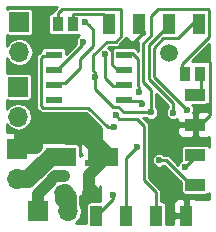
<source format=gbl>
G04 #@! TF.FileFunction,Copper,L2,Bot,Signal*
%FSLAX46Y46*%
G04 Gerber Fmt 4.6, Leading zero omitted, Abs format (unit mm)*
G04 Created by KiCad (PCBNEW 4.0.4-stable) date 02/09/17 23:46:16*
%MOMM*%
%LPD*%
G01*
G04 APERTURE LIST*
%ADD10C,0.100000*%
%ADD11R,0.970000X1.270000*%
%ADD12R,1.450000X0.600000*%
%ADD13R,1.700000X1.700000*%
%ADD14O,1.700000X1.700000*%
%ADD15C,1.500000*%
%ADD16R,1.800000X1.000000*%
%ADD17R,1.000000X1.800000*%
%ADD18R,2.600000X1.600000*%
%ADD19C,0.600000*%
%ADD20C,0.250000*%
%ADD21C,1.000000*%
%ADD22C,0.750000*%
%ADD23C,1.500000*%
%ADD24C,0.500000*%
%ADD25C,0.254000*%
G04 APERTURE END LIST*
D10*
D11*
X160310000Y-74800000D03*
X161590000Y-74800000D03*
D12*
X155200000Y-73145000D03*
X155200000Y-74415000D03*
X155200000Y-75685000D03*
X155200000Y-76955000D03*
X149200000Y-76955000D03*
X149200000Y-75685000D03*
X149200000Y-74415000D03*
X149200000Y-73145000D03*
D13*
X146200000Y-75860000D03*
D14*
X146200000Y-78400000D03*
D13*
X146300000Y-70400000D03*
D14*
X146300000Y-72940000D03*
D15*
X158950000Y-73050000D03*
D13*
X146100000Y-81160000D03*
D14*
X146100000Y-83700000D03*
D16*
X161200000Y-81630000D03*
X161200000Y-79090000D03*
X161200000Y-84170000D03*
X161200000Y-76550000D03*
D17*
X158970000Y-70550000D03*
X156430000Y-70550000D03*
X161510000Y-70550000D03*
X153890000Y-70550000D03*
D11*
X149560000Y-70550000D03*
X150840000Y-70550000D03*
D18*
X149800000Y-81800000D03*
X153400000Y-81800000D03*
D13*
X147860000Y-86400000D03*
D14*
X150400000Y-86400000D03*
D17*
X157880000Y-86800000D03*
X155340000Y-86800000D03*
X160420000Y-86800000D03*
X152800000Y-86800000D03*
D19*
X152200000Y-83350000D03*
X152200000Y-84050000D03*
X151699966Y-72050000D03*
X157825010Y-80500000D03*
X159803825Y-84795010D03*
X159100000Y-86800000D03*
X147900000Y-79600000D03*
X152205094Y-85050000D03*
X152150000Y-82300000D03*
X156809135Y-71284145D03*
X161891949Y-73241949D03*
X157450000Y-78050000D03*
X152700000Y-75050000D03*
X154450000Y-78300000D03*
X154325010Y-79300074D03*
X156700000Y-77300000D03*
X156450000Y-76300000D03*
X148399992Y-82300000D03*
X147741037Y-83000000D03*
X151880539Y-70375021D03*
X158150021Y-82083500D03*
X160300000Y-82699983D03*
X160484998Y-77800000D03*
X159325000Y-78058899D03*
X156224981Y-81000000D03*
X150199996Y-83300000D03*
X147860000Y-84931660D03*
X148700000Y-84091660D03*
X149450000Y-83447724D03*
X149536902Y-84775050D03*
X150192816Y-84550000D03*
X153516933Y-73116965D03*
X154200000Y-85050000D03*
D20*
X149450000Y-74300000D02*
X149655002Y-74300000D01*
X149655002Y-74300000D02*
X151645000Y-72310002D01*
X151645000Y-72310002D02*
X151645000Y-72050000D01*
X151645000Y-72050000D02*
X151699966Y-72050000D01*
D21*
X152200000Y-83350000D02*
X152200000Y-85044906D01*
X152200000Y-85044906D02*
X152205094Y-85050000D01*
D20*
X157525011Y-83625011D02*
X158633826Y-83625011D01*
X158633826Y-83625011D02*
X159803825Y-84795010D01*
X157525011Y-80799999D02*
X157525011Y-83625011D01*
X157825010Y-80500000D02*
X157525011Y-80799999D01*
X158125009Y-80200001D02*
X157825010Y-80500000D01*
X159235010Y-79090000D02*
X158125009Y-80200001D01*
X161200000Y-79090000D02*
X159235010Y-79090000D01*
X160103824Y-85095009D02*
X159803825Y-84795010D01*
X160420000Y-85411185D02*
X160103824Y-85095009D01*
X160420000Y-86800000D02*
X160420000Y-85411185D01*
X160420000Y-86800000D02*
X159100000Y-86800000D01*
X148324264Y-79600000D02*
X147900000Y-79600000D01*
X151300000Y-79600000D02*
X148324264Y-79600000D01*
X153500000Y-81800000D02*
X151300000Y-79600000D01*
D22*
X147900000Y-80960000D02*
X147900000Y-80024264D01*
X147900000Y-80024264D02*
X147900000Y-79600000D01*
X147700000Y-81160000D02*
X147900000Y-80960000D01*
X146100000Y-81160000D02*
X147700000Y-81160000D01*
D23*
X153500000Y-81800000D02*
X153500000Y-81500000D01*
X153500000Y-81500000D02*
X151500000Y-79500000D01*
X151500000Y-79500000D02*
X147760000Y-79500000D01*
X147760000Y-79500000D02*
X146100000Y-81160000D01*
D21*
X153500000Y-82050000D02*
X152200000Y-83350000D01*
D20*
X152650000Y-81800000D02*
X152150000Y-82300000D01*
D21*
X153500000Y-81800000D02*
X153500000Y-82050000D01*
D20*
X153500000Y-81800000D02*
X152650000Y-81800000D01*
X155450000Y-74300000D02*
X154450000Y-74300000D01*
X154141935Y-72500011D02*
X155593269Y-72500011D01*
X155593269Y-72500011D02*
X156809135Y-71284145D01*
X154450000Y-74300000D02*
X154141935Y-73991935D01*
X154141935Y-73991935D02*
X154141935Y-72500011D01*
X162191948Y-73541948D02*
X161891949Y-73241949D01*
X162425001Y-78264999D02*
X162425001Y-73775001D01*
X161600000Y-79090000D02*
X162425001Y-78264999D01*
X162425001Y-73775001D02*
X162191948Y-73541948D01*
X161200000Y-79090000D02*
X161600000Y-79090000D01*
X152200000Y-83350000D02*
X152200000Y-84050000D01*
X157450000Y-77625736D02*
X157450000Y-78050000D01*
X157450000Y-76124996D02*
X157450000Y-77625736D01*
X160060000Y-74800000D02*
X160060000Y-73915000D01*
X156799978Y-72177200D02*
X156799978Y-75474974D01*
X157434136Y-69870862D02*
X157434136Y-71543043D01*
X157434136Y-71543043D02*
X156799978Y-72177200D01*
X160060000Y-73915000D02*
X162335001Y-71639999D01*
X162260002Y-69300000D02*
X158004998Y-69300000D01*
X156799978Y-75474974D02*
X157450000Y-76124996D01*
X158004998Y-69300000D02*
X157434136Y-69870862D01*
X162335001Y-69374999D02*
X162260002Y-69300000D01*
X162335001Y-71639999D02*
X162335001Y-69374999D01*
X152700000Y-75474264D02*
X152700000Y-75050000D01*
X152700000Y-76065002D02*
X152700000Y-75474264D01*
X154214999Y-77580001D02*
X152700000Y-76065002D01*
X154655005Y-77580001D02*
X154214999Y-77580001D01*
X155125004Y-78050000D02*
X154655005Y-77580001D01*
X157450000Y-78050000D02*
X155125004Y-78050000D01*
X154895002Y-69300000D02*
X154950000Y-69354998D01*
X152574999Y-73175001D02*
X152574999Y-74500735D01*
X154450000Y-72050000D02*
X153700000Y-72050000D01*
X149560000Y-69665000D02*
X149925000Y-69300000D01*
X149560000Y-70550000D02*
X149560000Y-69665000D01*
X149925000Y-69300000D02*
X154895002Y-69300000D01*
X154950000Y-69354998D02*
X154950000Y-71550000D01*
X154950000Y-71550000D02*
X154450000Y-72050000D01*
X152574999Y-74500735D02*
X152700000Y-74625736D01*
X153700000Y-72050000D02*
X152574999Y-73175001D01*
X152700000Y-74625736D02*
X152700000Y-75050000D01*
X157880000Y-84810000D02*
X156849991Y-83779991D01*
X157880000Y-86800000D02*
X157880000Y-84810000D01*
X156849991Y-83779991D02*
X156849991Y-79199991D01*
X156849991Y-79199991D02*
X156249999Y-78599999D01*
X156249999Y-78599999D02*
X154749999Y-78599999D01*
X154749999Y-78599999D02*
X154450000Y-78300000D01*
X148279802Y-77644804D02*
X152120542Y-77644804D01*
X148149999Y-77515001D02*
X148279802Y-77644804D01*
X148149999Y-73425001D02*
X148149999Y-77515001D01*
X148275000Y-73300000D02*
X148149999Y-73425001D01*
X149200000Y-73300000D02*
X148275000Y-73300000D01*
X152120542Y-77644804D02*
X153775736Y-79299998D01*
X153900746Y-79300074D02*
X154325010Y-79300074D01*
X153775812Y-79300074D02*
X153900746Y-79300074D01*
X153775736Y-79299998D02*
X153775812Y-79300074D01*
X153699998Y-79299998D02*
X153775736Y-79299998D01*
X155200000Y-76800000D02*
X155450000Y-77050000D01*
X156700000Y-77135000D02*
X156700000Y-77300000D01*
X155450000Y-77050000D02*
X156615000Y-77050000D01*
X156615000Y-77050000D02*
X156700000Y-77135000D01*
X156450000Y-75875736D02*
X156450000Y-76300000D01*
X155875000Y-73050000D02*
X156349967Y-73524967D01*
X156349967Y-75775703D02*
X156450000Y-75875736D01*
X156349967Y-73524967D02*
X156349967Y-75775703D01*
X154950000Y-73050000D02*
X155875000Y-73050000D01*
X149900000Y-81800000D02*
X149400000Y-82300000D01*
X148824256Y-82300000D02*
X148399992Y-82300000D01*
X149400000Y-82300000D02*
X148824256Y-82300000D01*
D23*
X147041036Y-83700000D02*
X146100000Y-83700000D01*
X148941036Y-81800000D02*
X147041036Y-83700000D01*
X149900000Y-81800000D02*
X148941036Y-81800000D01*
D22*
X149900000Y-81800000D02*
X150300000Y-81800000D01*
D20*
X151450000Y-74300000D02*
X151450000Y-73515000D01*
X150200000Y-75550000D02*
X151450000Y-74300000D01*
X152575001Y-71069483D02*
X152180538Y-70675020D01*
X152180538Y-70675020D02*
X151880539Y-70375021D01*
X152575001Y-72389999D02*
X152575001Y-71069483D01*
X149450000Y-75550000D02*
X150200000Y-75550000D01*
X151450000Y-73515000D02*
X152575001Y-72389999D01*
X158574285Y-82083500D02*
X158150021Y-82083500D01*
X158713500Y-82083500D02*
X158574285Y-82083500D01*
X160800000Y-84170000D02*
X158713500Y-82083500D01*
X161200000Y-84170000D02*
X160800000Y-84170000D01*
X161200000Y-81799983D02*
X160300000Y-82699983D01*
X161200000Y-81630000D02*
X161200000Y-81799983D01*
X157700000Y-72550000D02*
X158474999Y-71775001D01*
X158474999Y-71775001D02*
X159730001Y-71775001D01*
X159730001Y-71775001D02*
X161205002Y-70300000D01*
X160484998Y-77800000D02*
X157700000Y-75015002D01*
X157700000Y-75015002D02*
X157700000Y-72550000D01*
X161205002Y-70300000D02*
X161530000Y-70300000D01*
X159325000Y-77634635D02*
X159325000Y-78058899D01*
X159325000Y-77276413D02*
X159325000Y-77634635D01*
X158990000Y-70300000D02*
X158990000Y-70623589D01*
X157249989Y-72363600D02*
X157249989Y-75201402D01*
X158990000Y-70623589D02*
X157249989Y-72363600D01*
X157249989Y-75201402D02*
X159325000Y-77276413D01*
X155924982Y-81299999D02*
X156224981Y-81000000D01*
X155340000Y-86800000D02*
X155340000Y-81884981D01*
X155340000Y-81884981D02*
X155924982Y-81299999D01*
D21*
X149450000Y-83447724D02*
X150052272Y-83447724D01*
X147860000Y-84931660D02*
X147860000Y-86400000D01*
X148700000Y-84091660D02*
X147860000Y-84931660D01*
X149450000Y-83447724D02*
X149343936Y-83447724D01*
X149343936Y-83447724D02*
X148700000Y-84091660D01*
D24*
X149536902Y-84775050D02*
X149536902Y-85536902D01*
X149536902Y-85536902D02*
X150400000Y-86400000D01*
D23*
X150400000Y-86400000D02*
X150400000Y-85197919D01*
X150400000Y-85197919D02*
X150192816Y-84990735D01*
X150192816Y-84990735D02*
X150192816Y-84897734D01*
D22*
X150192816Y-84550000D02*
X150192816Y-86192816D01*
X150192816Y-86192816D02*
X150400000Y-86400000D01*
X150192816Y-84550000D02*
X149761952Y-84550000D01*
X149761952Y-84550000D02*
X149536902Y-84775050D01*
D20*
X155450000Y-75800000D02*
X154200000Y-75800000D01*
X154200000Y-75800000D02*
X153516933Y-75116933D01*
X153516933Y-75116933D02*
X153516933Y-73541229D01*
X153516933Y-73541229D02*
X153516933Y-73116965D01*
X161200000Y-76550000D02*
X161700000Y-76050000D01*
X161700000Y-76050000D02*
X161700000Y-75160000D01*
X161700000Y-75160000D02*
X161340000Y-74800000D01*
X153360011Y-69750011D02*
X153910000Y-70300000D01*
X150840000Y-70550000D02*
X150840000Y-69750011D01*
X150840000Y-69750011D02*
X153360011Y-69750011D01*
X154200000Y-85050000D02*
X154200000Y-85400000D01*
X154200000Y-85400000D02*
X152800000Y-86800000D01*
D25*
G36*
X152844424Y-84514819D02*
X153039025Y-84502607D01*
X153120618Y-84237292D01*
X153101212Y-85566594D01*
X152300000Y-85566594D01*
X152178821Y-85589395D01*
X152067526Y-85661012D01*
X151992862Y-85770286D01*
X151966594Y-85900000D01*
X151966594Y-87373000D01*
X151056150Y-87373000D01*
X151232265Y-87255324D01*
X151487406Y-86873477D01*
X151577000Y-86423059D01*
X151577000Y-86376941D01*
X151487406Y-85926523D01*
X151477000Y-85910949D01*
X151477000Y-85197919D01*
X151462893Y-85127000D01*
X151600000Y-85127000D01*
X151649410Y-85116994D01*
X151691035Y-85088553D01*
X151718315Y-85046159D01*
X151727000Y-85000000D01*
X151727000Y-84702608D01*
X151735181Y-84694427D01*
X151747393Y-84889025D01*
X152102927Y-84998363D01*
X152473239Y-84963322D01*
X152652607Y-84889025D01*
X152664819Y-84694424D01*
X152254423Y-84284028D01*
X152473239Y-84263322D01*
X152557871Y-84228266D01*
X152844424Y-84514819D01*
X152844424Y-84514819D01*
G37*
X152844424Y-84514819D02*
X153039025Y-84502607D01*
X153120618Y-84237292D01*
X153101212Y-85566594D01*
X152300000Y-85566594D01*
X152178821Y-85589395D01*
X152067526Y-85661012D01*
X151992862Y-85770286D01*
X151966594Y-85900000D01*
X151966594Y-87373000D01*
X151056150Y-87373000D01*
X151232265Y-87255324D01*
X151487406Y-86873477D01*
X151577000Y-86423059D01*
X151577000Y-86376941D01*
X151487406Y-85926523D01*
X151477000Y-85910949D01*
X151477000Y-85197919D01*
X151462893Y-85127000D01*
X151600000Y-85127000D01*
X151649410Y-85116994D01*
X151691035Y-85088553D01*
X151718315Y-85046159D01*
X151727000Y-85000000D01*
X151727000Y-84702608D01*
X151735181Y-84694427D01*
X151747393Y-84889025D01*
X152102927Y-84998363D01*
X152473239Y-84963322D01*
X152652607Y-84889025D01*
X152664819Y-84694424D01*
X152254423Y-84284028D01*
X152473239Y-84263322D01*
X152557871Y-84228266D01*
X152844424Y-84514819D01*
G36*
X149240388Y-69345388D02*
X149142406Y-69492027D01*
X149124590Y-69581594D01*
X149075000Y-69581594D01*
X148953821Y-69604395D01*
X148842526Y-69676012D01*
X148767862Y-69785286D01*
X148741594Y-69915000D01*
X148741594Y-71185000D01*
X148764395Y-71306179D01*
X148836012Y-71417474D01*
X148945286Y-71492138D01*
X149075000Y-71518406D01*
X150045000Y-71518406D01*
X150166179Y-71495605D01*
X150199232Y-71474336D01*
X150225286Y-71492138D01*
X150355000Y-71518406D01*
X151325000Y-71518406D01*
X151361046Y-71511624D01*
X151345263Y-71518145D01*
X151168731Y-71694369D01*
X151073075Y-71924735D01*
X151072857Y-72174171D01*
X151092958Y-72222820D01*
X150258406Y-73057372D01*
X150258406Y-72845000D01*
X150235605Y-72723821D01*
X150163988Y-72612526D01*
X150054714Y-72537862D01*
X149925000Y-72511594D01*
X148475000Y-72511594D01*
X148353821Y-72534395D01*
X148242526Y-72606012D01*
X148167862Y-72715286D01*
X148141594Y-72845000D01*
X148141594Y-72874536D01*
X148102027Y-72882406D01*
X147955388Y-72980388D01*
X147830387Y-73105389D01*
X147732405Y-73252028D01*
X147697999Y-73425001D01*
X147697999Y-77515001D01*
X147732405Y-77687974D01*
X147830387Y-77834613D01*
X147960190Y-77964416D01*
X148106829Y-78062398D01*
X148279802Y-78096804D01*
X151933318Y-78096804D01*
X153191887Y-79355373D01*
X153176243Y-80426993D01*
X153114250Y-80365000D01*
X151973691Y-80365000D01*
X151740302Y-80461673D01*
X151561673Y-80640301D01*
X151465000Y-80873690D01*
X151465000Y-81514250D01*
X151623748Y-81672998D01*
X151465000Y-81672998D01*
X151465000Y-81773000D01*
X151433406Y-81773000D01*
X151433406Y-81000000D01*
X151410605Y-80878821D01*
X151338988Y-80767526D01*
X151229714Y-80692862D01*
X151100000Y-80666594D01*
X150220235Y-80666594D01*
X150216994Y-80650590D01*
X150188553Y-80608965D01*
X150146159Y-80581685D01*
X150100000Y-80573000D01*
X148100000Y-80573000D01*
X148050590Y-80583006D01*
X148008965Y-80611447D01*
X147981685Y-80653841D01*
X147973000Y-80700000D01*
X147973000Y-80973000D01*
X147486250Y-80973000D01*
X147585000Y-80874250D01*
X147585000Y-80183690D01*
X147488327Y-79950301D01*
X147309698Y-79771673D01*
X147076309Y-79675000D01*
X146385750Y-79675000D01*
X146227000Y-79833750D01*
X146227000Y-80973000D01*
X145973000Y-80973000D01*
X145973000Y-79833750D01*
X145814250Y-79675000D01*
X145227000Y-79675000D01*
X145227000Y-79056150D01*
X145344676Y-79232265D01*
X145726523Y-79487406D01*
X146176941Y-79577000D01*
X146223059Y-79577000D01*
X146673477Y-79487406D01*
X147055324Y-79232265D01*
X147310465Y-78850418D01*
X147400059Y-78400000D01*
X147310465Y-77949582D01*
X147055324Y-77567735D01*
X146673477Y-77312594D01*
X146223059Y-77223000D01*
X146176941Y-77223000D01*
X145726523Y-77312594D01*
X145344676Y-77567735D01*
X145227000Y-77743850D01*
X145227000Y-77018498D01*
X145350000Y-77043406D01*
X147050000Y-77043406D01*
X147171179Y-77020605D01*
X147282474Y-76948988D01*
X147357138Y-76839714D01*
X147383406Y-76710000D01*
X147383406Y-75010000D01*
X147360605Y-74888821D01*
X147288988Y-74777526D01*
X147179714Y-74702862D01*
X147050000Y-74676594D01*
X145350000Y-74676594D01*
X145228821Y-74699395D01*
X145227000Y-74700567D01*
X145227000Y-73446489D01*
X145444676Y-73772265D01*
X145826523Y-74027406D01*
X146276941Y-74117000D01*
X146323059Y-74117000D01*
X146773477Y-74027406D01*
X147155324Y-73772265D01*
X147410465Y-73390418D01*
X147500059Y-72940000D01*
X147410465Y-72489582D01*
X147155324Y-72107735D01*
X146773477Y-71852594D01*
X146323059Y-71763000D01*
X146276941Y-71763000D01*
X145826523Y-71852594D01*
X145444676Y-72107735D01*
X145227000Y-72433511D01*
X145227000Y-71493398D01*
X145320286Y-71557138D01*
X145450000Y-71583406D01*
X147150000Y-71583406D01*
X147271179Y-71560605D01*
X147382474Y-71488988D01*
X147457138Y-71379714D01*
X147483406Y-71250000D01*
X147483406Y-69550000D01*
X147460605Y-69428821D01*
X147388988Y-69317526D01*
X147279714Y-69242862D01*
X147150000Y-69216594D01*
X145450000Y-69216594D01*
X145328821Y-69239395D01*
X145227000Y-69304916D01*
X145227000Y-69127000D01*
X149458776Y-69127000D01*
X149240388Y-69345388D01*
X149240388Y-69345388D01*
G37*
X149240388Y-69345388D02*
X149142406Y-69492027D01*
X149124590Y-69581594D01*
X149075000Y-69581594D01*
X148953821Y-69604395D01*
X148842526Y-69676012D01*
X148767862Y-69785286D01*
X148741594Y-69915000D01*
X148741594Y-71185000D01*
X148764395Y-71306179D01*
X148836012Y-71417474D01*
X148945286Y-71492138D01*
X149075000Y-71518406D01*
X150045000Y-71518406D01*
X150166179Y-71495605D01*
X150199232Y-71474336D01*
X150225286Y-71492138D01*
X150355000Y-71518406D01*
X151325000Y-71518406D01*
X151361046Y-71511624D01*
X151345263Y-71518145D01*
X151168731Y-71694369D01*
X151073075Y-71924735D01*
X151072857Y-72174171D01*
X151092958Y-72222820D01*
X150258406Y-73057372D01*
X150258406Y-72845000D01*
X150235605Y-72723821D01*
X150163988Y-72612526D01*
X150054714Y-72537862D01*
X149925000Y-72511594D01*
X148475000Y-72511594D01*
X148353821Y-72534395D01*
X148242526Y-72606012D01*
X148167862Y-72715286D01*
X148141594Y-72845000D01*
X148141594Y-72874536D01*
X148102027Y-72882406D01*
X147955388Y-72980388D01*
X147830387Y-73105389D01*
X147732405Y-73252028D01*
X147697999Y-73425001D01*
X147697999Y-77515001D01*
X147732405Y-77687974D01*
X147830387Y-77834613D01*
X147960190Y-77964416D01*
X148106829Y-78062398D01*
X148279802Y-78096804D01*
X151933318Y-78096804D01*
X153191887Y-79355373D01*
X153176243Y-80426993D01*
X153114250Y-80365000D01*
X151973691Y-80365000D01*
X151740302Y-80461673D01*
X151561673Y-80640301D01*
X151465000Y-80873690D01*
X151465000Y-81514250D01*
X151623748Y-81672998D01*
X151465000Y-81672998D01*
X151465000Y-81773000D01*
X151433406Y-81773000D01*
X151433406Y-81000000D01*
X151410605Y-80878821D01*
X151338988Y-80767526D01*
X151229714Y-80692862D01*
X151100000Y-80666594D01*
X150220235Y-80666594D01*
X150216994Y-80650590D01*
X150188553Y-80608965D01*
X150146159Y-80581685D01*
X150100000Y-80573000D01*
X148100000Y-80573000D01*
X148050590Y-80583006D01*
X148008965Y-80611447D01*
X147981685Y-80653841D01*
X147973000Y-80700000D01*
X147973000Y-80973000D01*
X147486250Y-80973000D01*
X147585000Y-80874250D01*
X147585000Y-80183690D01*
X147488327Y-79950301D01*
X147309698Y-79771673D01*
X147076309Y-79675000D01*
X146385750Y-79675000D01*
X146227000Y-79833750D01*
X146227000Y-80973000D01*
X145973000Y-80973000D01*
X145973000Y-79833750D01*
X145814250Y-79675000D01*
X145227000Y-79675000D01*
X145227000Y-79056150D01*
X145344676Y-79232265D01*
X145726523Y-79487406D01*
X146176941Y-79577000D01*
X146223059Y-79577000D01*
X146673477Y-79487406D01*
X147055324Y-79232265D01*
X147310465Y-78850418D01*
X147400059Y-78400000D01*
X147310465Y-77949582D01*
X147055324Y-77567735D01*
X146673477Y-77312594D01*
X146223059Y-77223000D01*
X146176941Y-77223000D01*
X145726523Y-77312594D01*
X145344676Y-77567735D01*
X145227000Y-77743850D01*
X145227000Y-77018498D01*
X145350000Y-77043406D01*
X147050000Y-77043406D01*
X147171179Y-77020605D01*
X147282474Y-76948988D01*
X147357138Y-76839714D01*
X147383406Y-76710000D01*
X147383406Y-75010000D01*
X147360605Y-74888821D01*
X147288988Y-74777526D01*
X147179714Y-74702862D01*
X147050000Y-74676594D01*
X145350000Y-74676594D01*
X145228821Y-74699395D01*
X145227000Y-74700567D01*
X145227000Y-73446489D01*
X145444676Y-73772265D01*
X145826523Y-74027406D01*
X146276941Y-74117000D01*
X146323059Y-74117000D01*
X146773477Y-74027406D01*
X147155324Y-73772265D01*
X147410465Y-73390418D01*
X147500059Y-72940000D01*
X147410465Y-72489582D01*
X147155324Y-72107735D01*
X146773477Y-71852594D01*
X146323059Y-71763000D01*
X146276941Y-71763000D01*
X145826523Y-71852594D01*
X145444676Y-72107735D01*
X145227000Y-72433511D01*
X145227000Y-71493398D01*
X145320286Y-71557138D01*
X145450000Y-71583406D01*
X147150000Y-71583406D01*
X147271179Y-71560605D01*
X147382474Y-71488988D01*
X147457138Y-71379714D01*
X147483406Y-71250000D01*
X147483406Y-69550000D01*
X147460605Y-69428821D01*
X147388988Y-69317526D01*
X147279714Y-69242862D01*
X147150000Y-69216594D01*
X145450000Y-69216594D01*
X145328821Y-69239395D01*
X145227000Y-69304916D01*
X145227000Y-69127000D01*
X149458776Y-69127000D01*
X149240388Y-69345388D01*
G36*
X162373000Y-73673000D02*
X160941224Y-73673000D01*
X162373000Y-72241224D01*
X162373000Y-73673000D01*
X162373000Y-73673000D01*
G37*
X162373000Y-73673000D02*
X160941224Y-73673000D01*
X162373000Y-72241224D01*
X162373000Y-73673000D01*
G36*
X155391673Y-71809699D02*
X155570302Y-71988327D01*
X155803691Y-72085000D01*
X156144250Y-72085000D01*
X156302998Y-71926252D01*
X156302998Y-72085000D01*
X156366317Y-72085000D01*
X156347978Y-72177200D01*
X156347978Y-72883754D01*
X156246628Y-72782404D01*
X156235605Y-72723821D01*
X156163988Y-72612526D01*
X156054714Y-72537862D01*
X155925000Y-72511594D01*
X154475000Y-72511594D01*
X154353821Y-72534395D01*
X154242526Y-72606012D01*
X154167862Y-72715286D01*
X154141594Y-72845000D01*
X154141594Y-72986869D01*
X154048788Y-72762262D01*
X153872564Y-72585730D01*
X153823759Y-72565465D01*
X153887224Y-72502000D01*
X154450000Y-72502000D01*
X154622973Y-72467594D01*
X154769612Y-72369612D01*
X155269612Y-71869612D01*
X155360282Y-71733915D01*
X155391673Y-71809699D01*
X155391673Y-71809699D01*
G37*
X155391673Y-71809699D02*
X155570302Y-71988327D01*
X155803691Y-72085000D01*
X156144250Y-72085000D01*
X156302998Y-71926252D01*
X156302998Y-72085000D01*
X156366317Y-72085000D01*
X156347978Y-72177200D01*
X156347978Y-72883754D01*
X156246628Y-72782404D01*
X156235605Y-72723821D01*
X156163988Y-72612526D01*
X156054714Y-72537862D01*
X155925000Y-72511594D01*
X154475000Y-72511594D01*
X154353821Y-72534395D01*
X154242526Y-72606012D01*
X154167862Y-72715286D01*
X154141594Y-72845000D01*
X154141594Y-72986869D01*
X154048788Y-72762262D01*
X153872564Y-72585730D01*
X153823759Y-72565465D01*
X153887224Y-72502000D01*
X154450000Y-72502000D01*
X154622973Y-72467594D01*
X154769612Y-72369612D01*
X155269612Y-71869612D01*
X155360282Y-71733915D01*
X155391673Y-71809699D01*
G36*
X156557000Y-70423000D02*
X156577000Y-70423000D01*
X156577000Y-70677000D01*
X156557000Y-70677000D01*
X156557000Y-70697000D01*
X156303000Y-70697000D01*
X156303000Y-70677000D01*
X156283000Y-70677000D01*
X156283000Y-70423000D01*
X156303000Y-70423000D01*
X156303000Y-70403000D01*
X156557000Y-70403000D01*
X156557000Y-70423000D01*
X156557000Y-70423000D01*
G37*
X156557000Y-70423000D02*
X156577000Y-70423000D01*
X156577000Y-70677000D01*
X156557000Y-70677000D01*
X156557000Y-70697000D01*
X156303000Y-70697000D01*
X156303000Y-70677000D01*
X156283000Y-70677000D01*
X156283000Y-70423000D01*
X156303000Y-70423000D01*
X156303000Y-70403000D01*
X156557000Y-70403000D01*
X156557000Y-70423000D01*
G36*
X158873000Y-77463637D02*
X158873000Y-77624171D01*
X158793765Y-77703268D01*
X158698109Y-77933634D01*
X158697891Y-78183070D01*
X158793145Y-78413602D01*
X158969369Y-78590134D01*
X159199735Y-78685790D01*
X159449171Y-78686008D01*
X159665000Y-78596829D01*
X159665000Y-78804250D01*
X159823750Y-78963000D01*
X161073000Y-78963000D01*
X161073000Y-78113750D01*
X161045177Y-78085927D01*
X161111889Y-77925265D01*
X161112107Y-77675829D01*
X161016853Y-77445297D01*
X160955070Y-77383406D01*
X162100000Y-77383406D01*
X162221179Y-77360605D01*
X162332474Y-77288988D01*
X162373000Y-77229676D01*
X162373000Y-78015761D01*
X162226310Y-77955000D01*
X161485750Y-77955000D01*
X161327000Y-78113750D01*
X161327000Y-78963000D01*
X161347000Y-78963000D01*
X161347000Y-79217000D01*
X161327000Y-79217000D01*
X161327000Y-80066250D01*
X161485750Y-80225000D01*
X162226310Y-80225000D01*
X162373000Y-80164239D01*
X162373000Y-80950382D01*
X162338988Y-80897526D01*
X162229714Y-80822862D01*
X162100000Y-80796594D01*
X160300000Y-80796594D01*
X160178821Y-80819395D01*
X160067526Y-80891012D01*
X159992862Y-81000286D01*
X159966594Y-81130000D01*
X159966594Y-82130000D01*
X159971714Y-82157213D01*
X159945297Y-82168128D01*
X159768765Y-82344352D01*
X159723232Y-82454008D01*
X159033112Y-81763888D01*
X158886473Y-81665906D01*
X158713500Y-81631500D01*
X158584749Y-81631500D01*
X158505652Y-81552265D01*
X158275286Y-81456609D01*
X158025850Y-81456391D01*
X157795318Y-81551645D01*
X157618786Y-81727869D01*
X157523130Y-81958235D01*
X157522912Y-82207671D01*
X157618166Y-82438203D01*
X157794390Y-82614735D01*
X158024756Y-82710391D01*
X158274192Y-82710609D01*
X158504724Y-82615355D01*
X158555472Y-82564696D01*
X159966594Y-83975819D01*
X159966594Y-84670000D01*
X159989395Y-84791179D01*
X160061012Y-84902474D01*
X160170286Y-84977138D01*
X160300000Y-85003406D01*
X162100000Y-85003406D01*
X162221179Y-84980605D01*
X162332474Y-84908988D01*
X162373000Y-84849676D01*
X162373000Y-85373000D01*
X161291025Y-85373000D01*
X161279698Y-85361673D01*
X161046309Y-85265000D01*
X160705750Y-85265000D01*
X160547000Y-85423750D01*
X160547000Y-86673000D01*
X160567000Y-86673000D01*
X160567000Y-86885191D01*
X160549682Y-86927000D01*
X160547000Y-86927000D01*
X160547000Y-86933476D01*
X160541398Y-86947000D01*
X160293000Y-86947000D01*
X160293000Y-86927000D01*
X159443750Y-86927000D01*
X159285000Y-87085750D01*
X159285000Y-87473000D01*
X158713406Y-87473000D01*
X158713406Y-85900000D01*
X158690605Y-85778821D01*
X158687304Y-85773690D01*
X159285000Y-85773690D01*
X159285000Y-86514250D01*
X159443750Y-86673000D01*
X160293000Y-86673000D01*
X160293000Y-85423750D01*
X160134250Y-85265000D01*
X159793691Y-85265000D01*
X159560302Y-85361673D01*
X159381673Y-85540301D01*
X159285000Y-85773690D01*
X158687304Y-85773690D01*
X158618988Y-85667526D01*
X158509714Y-85592862D01*
X158380000Y-85566594D01*
X158332000Y-85566594D01*
X158332000Y-84810000D01*
X158297594Y-84637027D01*
X158199612Y-84490388D01*
X157301991Y-83592767D01*
X157301991Y-79375750D01*
X159665000Y-79375750D01*
X159665000Y-79716309D01*
X159761673Y-79949698D01*
X159940301Y-80128327D01*
X160173690Y-80225000D01*
X160914250Y-80225000D01*
X161073000Y-80066250D01*
X161073000Y-79217000D01*
X159823750Y-79217000D01*
X159665000Y-79375750D01*
X157301991Y-79375750D01*
X157301991Y-79199991D01*
X157267585Y-79027018D01*
X157169603Y-78880379D01*
X156791224Y-78502000D01*
X157015272Y-78502000D01*
X157094369Y-78581235D01*
X157324735Y-78676891D01*
X157574171Y-78677109D01*
X157804703Y-78581855D01*
X157981235Y-78405631D01*
X158076891Y-78175265D01*
X158077109Y-77925829D01*
X157981855Y-77695297D01*
X157902000Y-77615302D01*
X157902000Y-76492637D01*
X158873000Y-77463637D01*
X158873000Y-77463637D01*
G37*
X158873000Y-77463637D02*
X158873000Y-77624171D01*
X158793765Y-77703268D01*
X158698109Y-77933634D01*
X158697891Y-78183070D01*
X158793145Y-78413602D01*
X158969369Y-78590134D01*
X159199735Y-78685790D01*
X159449171Y-78686008D01*
X159665000Y-78596829D01*
X159665000Y-78804250D01*
X159823750Y-78963000D01*
X161073000Y-78963000D01*
X161073000Y-78113750D01*
X161045177Y-78085927D01*
X161111889Y-77925265D01*
X161112107Y-77675829D01*
X161016853Y-77445297D01*
X160955070Y-77383406D01*
X162100000Y-77383406D01*
X162221179Y-77360605D01*
X162332474Y-77288988D01*
X162373000Y-77229676D01*
X162373000Y-78015761D01*
X162226310Y-77955000D01*
X161485750Y-77955000D01*
X161327000Y-78113750D01*
X161327000Y-78963000D01*
X161347000Y-78963000D01*
X161347000Y-79217000D01*
X161327000Y-79217000D01*
X161327000Y-80066250D01*
X161485750Y-80225000D01*
X162226310Y-80225000D01*
X162373000Y-80164239D01*
X162373000Y-80950382D01*
X162338988Y-80897526D01*
X162229714Y-80822862D01*
X162100000Y-80796594D01*
X160300000Y-80796594D01*
X160178821Y-80819395D01*
X160067526Y-80891012D01*
X159992862Y-81000286D01*
X159966594Y-81130000D01*
X159966594Y-82130000D01*
X159971714Y-82157213D01*
X159945297Y-82168128D01*
X159768765Y-82344352D01*
X159723232Y-82454008D01*
X159033112Y-81763888D01*
X158886473Y-81665906D01*
X158713500Y-81631500D01*
X158584749Y-81631500D01*
X158505652Y-81552265D01*
X158275286Y-81456609D01*
X158025850Y-81456391D01*
X157795318Y-81551645D01*
X157618786Y-81727869D01*
X157523130Y-81958235D01*
X157522912Y-82207671D01*
X157618166Y-82438203D01*
X157794390Y-82614735D01*
X158024756Y-82710391D01*
X158274192Y-82710609D01*
X158504724Y-82615355D01*
X158555472Y-82564696D01*
X159966594Y-83975819D01*
X159966594Y-84670000D01*
X159989395Y-84791179D01*
X160061012Y-84902474D01*
X160170286Y-84977138D01*
X160300000Y-85003406D01*
X162100000Y-85003406D01*
X162221179Y-84980605D01*
X162332474Y-84908988D01*
X162373000Y-84849676D01*
X162373000Y-85373000D01*
X161291025Y-85373000D01*
X161279698Y-85361673D01*
X161046309Y-85265000D01*
X160705750Y-85265000D01*
X160547000Y-85423750D01*
X160547000Y-86673000D01*
X160567000Y-86673000D01*
X160567000Y-86885191D01*
X160549682Y-86927000D01*
X160547000Y-86927000D01*
X160547000Y-86933476D01*
X160541398Y-86947000D01*
X160293000Y-86947000D01*
X160293000Y-86927000D01*
X159443750Y-86927000D01*
X159285000Y-87085750D01*
X159285000Y-87473000D01*
X158713406Y-87473000D01*
X158713406Y-85900000D01*
X158690605Y-85778821D01*
X158687304Y-85773690D01*
X159285000Y-85773690D01*
X159285000Y-86514250D01*
X159443750Y-86673000D01*
X160293000Y-86673000D01*
X160293000Y-85423750D01*
X160134250Y-85265000D01*
X159793691Y-85265000D01*
X159560302Y-85361673D01*
X159381673Y-85540301D01*
X159285000Y-85773690D01*
X158687304Y-85773690D01*
X158618988Y-85667526D01*
X158509714Y-85592862D01*
X158380000Y-85566594D01*
X158332000Y-85566594D01*
X158332000Y-84810000D01*
X158297594Y-84637027D01*
X158199612Y-84490388D01*
X157301991Y-83592767D01*
X157301991Y-79375750D01*
X159665000Y-79375750D01*
X159665000Y-79716309D01*
X159761673Y-79949698D01*
X159940301Y-80128327D01*
X160173690Y-80225000D01*
X160914250Y-80225000D01*
X161073000Y-80066250D01*
X161073000Y-79217000D01*
X159823750Y-79217000D01*
X159665000Y-79375750D01*
X157301991Y-79375750D01*
X157301991Y-79199991D01*
X157267585Y-79027018D01*
X157169603Y-78880379D01*
X156791224Y-78502000D01*
X157015272Y-78502000D01*
X157094369Y-78581235D01*
X157324735Y-78676891D01*
X157574171Y-78677109D01*
X157804703Y-78581855D01*
X157981235Y-78405631D01*
X158076891Y-78175265D01*
X158077109Y-77925829D01*
X157981855Y-77695297D01*
X157902000Y-77615302D01*
X157902000Y-76492637D01*
X158873000Y-77463637D01*
G36*
X155327000Y-74288000D02*
X155347000Y-74288000D01*
X155347000Y-74542000D01*
X155327000Y-74542000D01*
X155327000Y-74562000D01*
X155073000Y-74562000D01*
X155073000Y-74542000D01*
X155053000Y-74542000D01*
X155053000Y-74288000D01*
X155073000Y-74288000D01*
X155073000Y-74268000D01*
X155327000Y-74268000D01*
X155327000Y-74288000D01*
X155327000Y-74288000D01*
G37*
X155327000Y-74288000D02*
X155347000Y-74288000D01*
X155347000Y-74542000D01*
X155327000Y-74542000D01*
X155327000Y-74562000D01*
X155073000Y-74562000D01*
X155073000Y-74542000D01*
X155053000Y-74542000D01*
X155053000Y-74288000D01*
X155073000Y-74288000D01*
X155073000Y-74268000D01*
X155327000Y-74268000D01*
X155327000Y-74288000D01*
M02*

</source>
